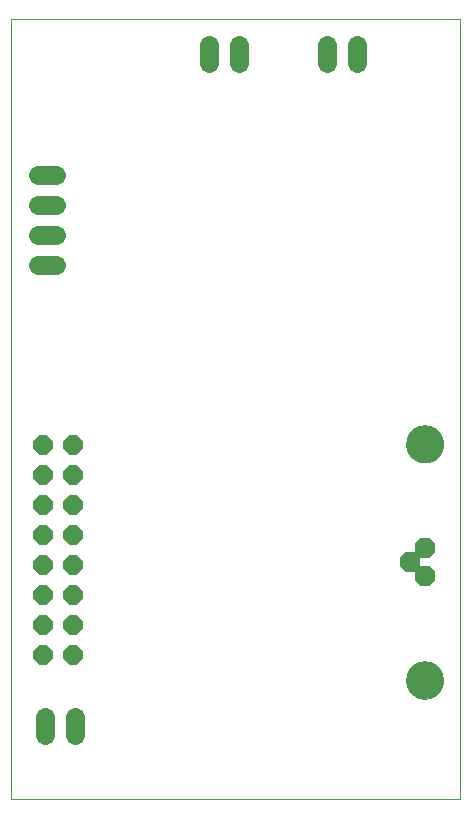
<source format=gbs>
G75*
%MOIN*%
%OFA0B0*%
%FSLAX25Y25*%
%IPPOS*%
%LPD*%
%AMOC8*
5,1,8,0,0,1.08239X$1,22.5*
%
%ADD10C,0.00000*%
%ADD11C,0.12600*%
%ADD12C,0.06400*%
%ADD13OC8,0.06850*%
%ADD14OC8,0.06400*%
D10*
X0004419Y0001800D02*
X0004419Y0261643D01*
X0154025Y0261643D01*
X0154045Y0001800D01*
X0004419Y0001800D01*
X0136114Y0041170D02*
X0136116Y0041326D01*
X0136122Y0041481D01*
X0136132Y0041637D01*
X0136146Y0041792D01*
X0136164Y0041947D01*
X0136185Y0042101D01*
X0136211Y0042255D01*
X0136241Y0042408D01*
X0136274Y0042560D01*
X0136312Y0042711D01*
X0136353Y0042861D01*
X0136398Y0043010D01*
X0136447Y0043158D01*
X0136500Y0043305D01*
X0136556Y0043450D01*
X0136616Y0043594D01*
X0136680Y0043736D01*
X0136747Y0043877D01*
X0136818Y0044015D01*
X0136893Y0044152D01*
X0136971Y0044287D01*
X0137052Y0044420D01*
X0137137Y0044551D01*
X0137225Y0044679D01*
X0137316Y0044806D01*
X0137410Y0044930D01*
X0137508Y0045051D01*
X0137609Y0045170D01*
X0137712Y0045286D01*
X0137819Y0045400D01*
X0137928Y0045511D01*
X0138041Y0045619D01*
X0138156Y0045724D01*
X0138273Y0045826D01*
X0138393Y0045925D01*
X0138516Y0046021D01*
X0138641Y0046114D01*
X0138769Y0046204D01*
X0138898Y0046290D01*
X0139030Y0046373D01*
X0139164Y0046453D01*
X0139300Y0046529D01*
X0139438Y0046602D01*
X0139577Y0046671D01*
X0139719Y0046736D01*
X0139862Y0046798D01*
X0140006Y0046856D01*
X0140152Y0046911D01*
X0140299Y0046962D01*
X0140448Y0047009D01*
X0140598Y0047052D01*
X0140748Y0047091D01*
X0140900Y0047127D01*
X0141053Y0047158D01*
X0141206Y0047186D01*
X0141360Y0047210D01*
X0141514Y0047230D01*
X0141669Y0047246D01*
X0141825Y0047258D01*
X0141980Y0047266D01*
X0142136Y0047270D01*
X0142292Y0047270D01*
X0142448Y0047266D01*
X0142603Y0047258D01*
X0142759Y0047246D01*
X0142914Y0047230D01*
X0143068Y0047210D01*
X0143222Y0047186D01*
X0143375Y0047158D01*
X0143528Y0047127D01*
X0143680Y0047091D01*
X0143830Y0047052D01*
X0143980Y0047009D01*
X0144129Y0046962D01*
X0144276Y0046911D01*
X0144422Y0046856D01*
X0144566Y0046798D01*
X0144709Y0046736D01*
X0144851Y0046671D01*
X0144990Y0046602D01*
X0145128Y0046529D01*
X0145264Y0046453D01*
X0145398Y0046373D01*
X0145530Y0046290D01*
X0145659Y0046204D01*
X0145787Y0046114D01*
X0145912Y0046021D01*
X0146035Y0045925D01*
X0146155Y0045826D01*
X0146272Y0045724D01*
X0146387Y0045619D01*
X0146500Y0045511D01*
X0146609Y0045400D01*
X0146716Y0045286D01*
X0146819Y0045170D01*
X0146920Y0045051D01*
X0147018Y0044930D01*
X0147112Y0044806D01*
X0147203Y0044679D01*
X0147291Y0044551D01*
X0147376Y0044420D01*
X0147457Y0044287D01*
X0147535Y0044152D01*
X0147610Y0044015D01*
X0147681Y0043877D01*
X0147748Y0043736D01*
X0147812Y0043594D01*
X0147872Y0043450D01*
X0147928Y0043305D01*
X0147981Y0043158D01*
X0148030Y0043010D01*
X0148075Y0042861D01*
X0148116Y0042711D01*
X0148154Y0042560D01*
X0148187Y0042408D01*
X0148217Y0042255D01*
X0148243Y0042101D01*
X0148264Y0041947D01*
X0148282Y0041792D01*
X0148296Y0041637D01*
X0148306Y0041481D01*
X0148312Y0041326D01*
X0148314Y0041170D01*
X0148312Y0041014D01*
X0148306Y0040859D01*
X0148296Y0040703D01*
X0148282Y0040548D01*
X0148264Y0040393D01*
X0148243Y0040239D01*
X0148217Y0040085D01*
X0148187Y0039932D01*
X0148154Y0039780D01*
X0148116Y0039629D01*
X0148075Y0039479D01*
X0148030Y0039330D01*
X0147981Y0039182D01*
X0147928Y0039035D01*
X0147872Y0038890D01*
X0147812Y0038746D01*
X0147748Y0038604D01*
X0147681Y0038463D01*
X0147610Y0038325D01*
X0147535Y0038188D01*
X0147457Y0038053D01*
X0147376Y0037920D01*
X0147291Y0037789D01*
X0147203Y0037661D01*
X0147112Y0037534D01*
X0147018Y0037410D01*
X0146920Y0037289D01*
X0146819Y0037170D01*
X0146716Y0037054D01*
X0146609Y0036940D01*
X0146500Y0036829D01*
X0146387Y0036721D01*
X0146272Y0036616D01*
X0146155Y0036514D01*
X0146035Y0036415D01*
X0145912Y0036319D01*
X0145787Y0036226D01*
X0145659Y0036136D01*
X0145530Y0036050D01*
X0145398Y0035967D01*
X0145264Y0035887D01*
X0145128Y0035811D01*
X0144990Y0035738D01*
X0144851Y0035669D01*
X0144709Y0035604D01*
X0144566Y0035542D01*
X0144422Y0035484D01*
X0144276Y0035429D01*
X0144129Y0035378D01*
X0143980Y0035331D01*
X0143830Y0035288D01*
X0143680Y0035249D01*
X0143528Y0035213D01*
X0143375Y0035182D01*
X0143222Y0035154D01*
X0143068Y0035130D01*
X0142914Y0035110D01*
X0142759Y0035094D01*
X0142603Y0035082D01*
X0142448Y0035074D01*
X0142292Y0035070D01*
X0142136Y0035070D01*
X0141980Y0035074D01*
X0141825Y0035082D01*
X0141669Y0035094D01*
X0141514Y0035110D01*
X0141360Y0035130D01*
X0141206Y0035154D01*
X0141053Y0035182D01*
X0140900Y0035213D01*
X0140748Y0035249D01*
X0140598Y0035288D01*
X0140448Y0035331D01*
X0140299Y0035378D01*
X0140152Y0035429D01*
X0140006Y0035484D01*
X0139862Y0035542D01*
X0139719Y0035604D01*
X0139577Y0035669D01*
X0139438Y0035738D01*
X0139300Y0035811D01*
X0139164Y0035887D01*
X0139030Y0035967D01*
X0138898Y0036050D01*
X0138769Y0036136D01*
X0138641Y0036226D01*
X0138516Y0036319D01*
X0138393Y0036415D01*
X0138273Y0036514D01*
X0138156Y0036616D01*
X0138041Y0036721D01*
X0137928Y0036829D01*
X0137819Y0036940D01*
X0137712Y0037054D01*
X0137609Y0037170D01*
X0137508Y0037289D01*
X0137410Y0037410D01*
X0137316Y0037534D01*
X0137225Y0037661D01*
X0137137Y0037789D01*
X0137052Y0037920D01*
X0136971Y0038053D01*
X0136893Y0038188D01*
X0136818Y0038325D01*
X0136747Y0038463D01*
X0136680Y0038604D01*
X0136616Y0038746D01*
X0136556Y0038890D01*
X0136500Y0039035D01*
X0136447Y0039182D01*
X0136398Y0039330D01*
X0136353Y0039479D01*
X0136312Y0039629D01*
X0136274Y0039780D01*
X0136241Y0039932D01*
X0136211Y0040085D01*
X0136185Y0040239D01*
X0136164Y0040393D01*
X0136146Y0040548D01*
X0136132Y0040703D01*
X0136122Y0040859D01*
X0136116Y0041014D01*
X0136114Y0041170D01*
X0136114Y0119910D02*
X0136116Y0120066D01*
X0136122Y0120221D01*
X0136132Y0120377D01*
X0136146Y0120532D01*
X0136164Y0120687D01*
X0136185Y0120841D01*
X0136211Y0120995D01*
X0136241Y0121148D01*
X0136274Y0121300D01*
X0136312Y0121451D01*
X0136353Y0121601D01*
X0136398Y0121750D01*
X0136447Y0121898D01*
X0136500Y0122045D01*
X0136556Y0122190D01*
X0136616Y0122334D01*
X0136680Y0122476D01*
X0136747Y0122617D01*
X0136818Y0122755D01*
X0136893Y0122892D01*
X0136971Y0123027D01*
X0137052Y0123160D01*
X0137137Y0123291D01*
X0137225Y0123419D01*
X0137316Y0123546D01*
X0137410Y0123670D01*
X0137508Y0123791D01*
X0137609Y0123910D01*
X0137712Y0124026D01*
X0137819Y0124140D01*
X0137928Y0124251D01*
X0138041Y0124359D01*
X0138156Y0124464D01*
X0138273Y0124566D01*
X0138393Y0124665D01*
X0138516Y0124761D01*
X0138641Y0124854D01*
X0138769Y0124944D01*
X0138898Y0125030D01*
X0139030Y0125113D01*
X0139164Y0125193D01*
X0139300Y0125269D01*
X0139438Y0125342D01*
X0139577Y0125411D01*
X0139719Y0125476D01*
X0139862Y0125538D01*
X0140006Y0125596D01*
X0140152Y0125651D01*
X0140299Y0125702D01*
X0140448Y0125749D01*
X0140598Y0125792D01*
X0140748Y0125831D01*
X0140900Y0125867D01*
X0141053Y0125898D01*
X0141206Y0125926D01*
X0141360Y0125950D01*
X0141514Y0125970D01*
X0141669Y0125986D01*
X0141825Y0125998D01*
X0141980Y0126006D01*
X0142136Y0126010D01*
X0142292Y0126010D01*
X0142448Y0126006D01*
X0142603Y0125998D01*
X0142759Y0125986D01*
X0142914Y0125970D01*
X0143068Y0125950D01*
X0143222Y0125926D01*
X0143375Y0125898D01*
X0143528Y0125867D01*
X0143680Y0125831D01*
X0143830Y0125792D01*
X0143980Y0125749D01*
X0144129Y0125702D01*
X0144276Y0125651D01*
X0144422Y0125596D01*
X0144566Y0125538D01*
X0144709Y0125476D01*
X0144851Y0125411D01*
X0144990Y0125342D01*
X0145128Y0125269D01*
X0145264Y0125193D01*
X0145398Y0125113D01*
X0145530Y0125030D01*
X0145659Y0124944D01*
X0145787Y0124854D01*
X0145912Y0124761D01*
X0146035Y0124665D01*
X0146155Y0124566D01*
X0146272Y0124464D01*
X0146387Y0124359D01*
X0146500Y0124251D01*
X0146609Y0124140D01*
X0146716Y0124026D01*
X0146819Y0123910D01*
X0146920Y0123791D01*
X0147018Y0123670D01*
X0147112Y0123546D01*
X0147203Y0123419D01*
X0147291Y0123291D01*
X0147376Y0123160D01*
X0147457Y0123027D01*
X0147535Y0122892D01*
X0147610Y0122755D01*
X0147681Y0122617D01*
X0147748Y0122476D01*
X0147812Y0122334D01*
X0147872Y0122190D01*
X0147928Y0122045D01*
X0147981Y0121898D01*
X0148030Y0121750D01*
X0148075Y0121601D01*
X0148116Y0121451D01*
X0148154Y0121300D01*
X0148187Y0121148D01*
X0148217Y0120995D01*
X0148243Y0120841D01*
X0148264Y0120687D01*
X0148282Y0120532D01*
X0148296Y0120377D01*
X0148306Y0120221D01*
X0148312Y0120066D01*
X0148314Y0119910D01*
X0148312Y0119754D01*
X0148306Y0119599D01*
X0148296Y0119443D01*
X0148282Y0119288D01*
X0148264Y0119133D01*
X0148243Y0118979D01*
X0148217Y0118825D01*
X0148187Y0118672D01*
X0148154Y0118520D01*
X0148116Y0118369D01*
X0148075Y0118219D01*
X0148030Y0118070D01*
X0147981Y0117922D01*
X0147928Y0117775D01*
X0147872Y0117630D01*
X0147812Y0117486D01*
X0147748Y0117344D01*
X0147681Y0117203D01*
X0147610Y0117065D01*
X0147535Y0116928D01*
X0147457Y0116793D01*
X0147376Y0116660D01*
X0147291Y0116529D01*
X0147203Y0116401D01*
X0147112Y0116274D01*
X0147018Y0116150D01*
X0146920Y0116029D01*
X0146819Y0115910D01*
X0146716Y0115794D01*
X0146609Y0115680D01*
X0146500Y0115569D01*
X0146387Y0115461D01*
X0146272Y0115356D01*
X0146155Y0115254D01*
X0146035Y0115155D01*
X0145912Y0115059D01*
X0145787Y0114966D01*
X0145659Y0114876D01*
X0145530Y0114790D01*
X0145398Y0114707D01*
X0145264Y0114627D01*
X0145128Y0114551D01*
X0144990Y0114478D01*
X0144851Y0114409D01*
X0144709Y0114344D01*
X0144566Y0114282D01*
X0144422Y0114224D01*
X0144276Y0114169D01*
X0144129Y0114118D01*
X0143980Y0114071D01*
X0143830Y0114028D01*
X0143680Y0113989D01*
X0143528Y0113953D01*
X0143375Y0113922D01*
X0143222Y0113894D01*
X0143068Y0113870D01*
X0142914Y0113850D01*
X0142759Y0113834D01*
X0142603Y0113822D01*
X0142448Y0113814D01*
X0142292Y0113810D01*
X0142136Y0113810D01*
X0141980Y0113814D01*
X0141825Y0113822D01*
X0141669Y0113834D01*
X0141514Y0113850D01*
X0141360Y0113870D01*
X0141206Y0113894D01*
X0141053Y0113922D01*
X0140900Y0113953D01*
X0140748Y0113989D01*
X0140598Y0114028D01*
X0140448Y0114071D01*
X0140299Y0114118D01*
X0140152Y0114169D01*
X0140006Y0114224D01*
X0139862Y0114282D01*
X0139719Y0114344D01*
X0139577Y0114409D01*
X0139438Y0114478D01*
X0139300Y0114551D01*
X0139164Y0114627D01*
X0139030Y0114707D01*
X0138898Y0114790D01*
X0138769Y0114876D01*
X0138641Y0114966D01*
X0138516Y0115059D01*
X0138393Y0115155D01*
X0138273Y0115254D01*
X0138156Y0115356D01*
X0138041Y0115461D01*
X0137928Y0115569D01*
X0137819Y0115680D01*
X0137712Y0115794D01*
X0137609Y0115910D01*
X0137508Y0116029D01*
X0137410Y0116150D01*
X0137316Y0116274D01*
X0137225Y0116401D01*
X0137137Y0116529D01*
X0137052Y0116660D01*
X0136971Y0116793D01*
X0136893Y0116928D01*
X0136818Y0117065D01*
X0136747Y0117203D01*
X0136680Y0117344D01*
X0136616Y0117486D01*
X0136556Y0117630D01*
X0136500Y0117775D01*
X0136447Y0117922D01*
X0136398Y0118070D01*
X0136353Y0118219D01*
X0136312Y0118369D01*
X0136274Y0118520D01*
X0136241Y0118672D01*
X0136211Y0118825D01*
X0136185Y0118979D01*
X0136164Y0119133D01*
X0136146Y0119288D01*
X0136132Y0119443D01*
X0136122Y0119599D01*
X0136116Y0119754D01*
X0136114Y0119910D01*
D11*
X0142214Y0119910D03*
X0142214Y0041170D03*
D12*
X0025659Y0028914D02*
X0025659Y0022914D01*
X0015659Y0022914D02*
X0015659Y0028914D01*
X0013230Y0179713D02*
X0019230Y0179713D01*
X0019230Y0189713D02*
X0013230Y0189713D01*
X0013230Y0199713D02*
X0019230Y0199713D01*
X0019230Y0209713D02*
X0013230Y0209713D01*
X0070285Y0246831D02*
X0070285Y0252831D01*
X0080285Y0252831D02*
X0080285Y0246831D01*
X0109655Y0246831D02*
X0109655Y0252831D01*
X0119655Y0252831D02*
X0119655Y0246831D01*
D13*
X0142214Y0085277D03*
X0137477Y0080540D03*
X0142214Y0075803D03*
D14*
X0025167Y0079477D03*
X0025167Y0089477D03*
X0025167Y0099477D03*
X0025167Y0109477D03*
X0025167Y0119477D03*
X0015167Y0119477D03*
X0015167Y0109477D03*
X0015167Y0099477D03*
X0015167Y0089477D03*
X0015167Y0079477D03*
X0015167Y0069477D03*
X0015167Y0059477D03*
X0015167Y0049477D03*
X0025167Y0049477D03*
X0025167Y0059477D03*
X0025167Y0069477D03*
M02*

</source>
